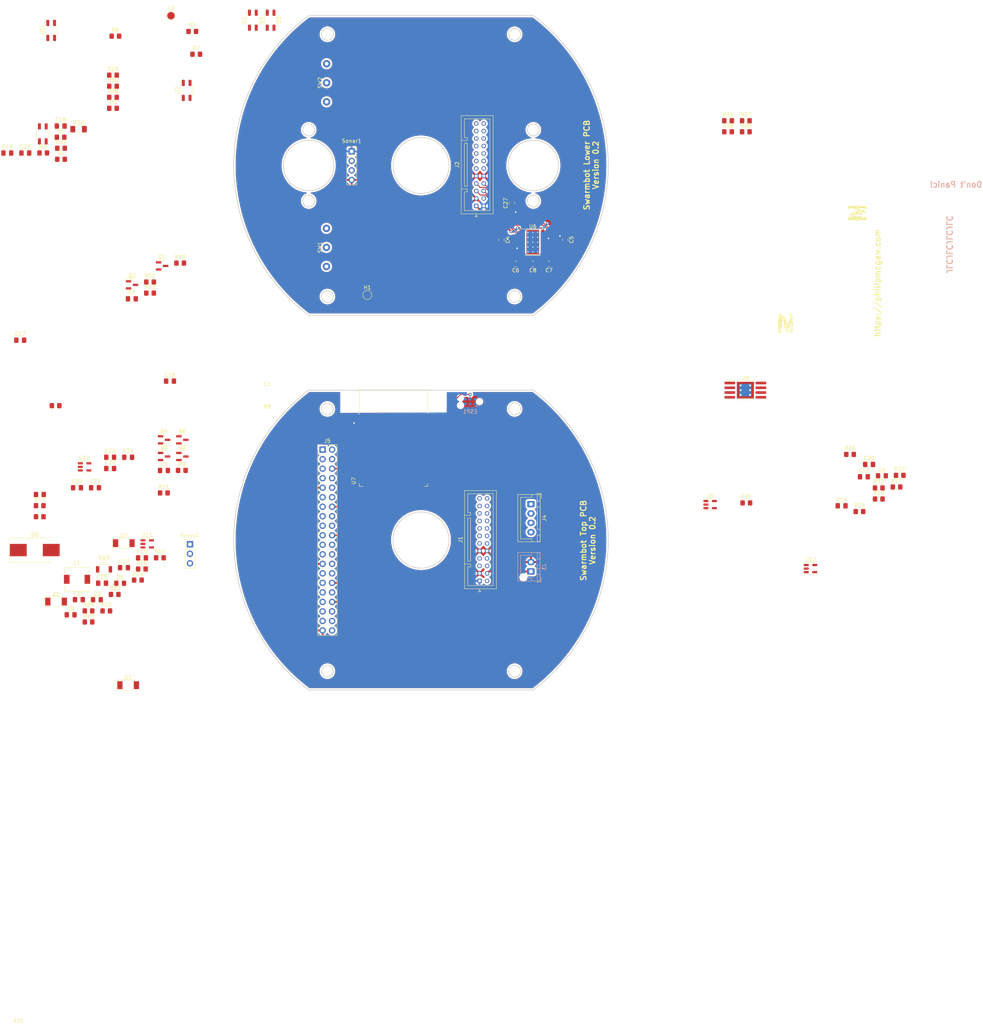
<source format=kicad_pcb>
(kicad_pcb (version 20211014) (generator pcbnew)
  (title_block (date "2021-10-14"))
  (layers (0 "F.Cu" signal) (31 "B.Cu" signal) (34 "B.Paste" user) (35 "F.Paste" user) (36 "B.SilkS" user "B.Silkscreen") (37 "F.SilkS" user "F.Silkscreen") (38 "B.Mask" user) (39 "F.Mask" user) (44 "Edge.Cuts" user))
  (net 0 "")
  (net 1 "GND")
  (net 2 "+3V3")
  (net 3 "/Line Sensor 4 Top")
  (net 4 "/Top PCB/ESP32/Line Sensor LED")
  (net 5 "+5V")
  (net 6 "/Line Sensor 3 Top")
  (net 7 "/Line Sensor 2 Top")
  (net 8 "/Line Sensor 1 Top")
  (net 9 "/Sonar Echo Top")
  (net 10 "/Sonar Trigger Top")
  (net 11 "/Line Sensor LEDs Top")
  (net 12 "/Right Switch Top")
  (net 13 "/Left Switch Top")
  (net 14 "/Charging Top Pad")
  (net 15 "/Top PCB/Power/Bat+VE")
  (net 16 "Net-(J4-Pad3)")
  (net 19 "/Top PCB/ESP32/5V Switched 1")
  (net 20 "/Top PCB/Power/vbatInductor")
  (net 23 "/Top PCB/ESP32/5V Switch Aux")
  (net 24 "/Top PCB/ESP32/RX")
  (net 25 "/Top PCB/ESP32/TX")
  (net 26 "/Top PCB/ESP32/Reset")
  (net 27 "/Top PCB/ESP32/Flash")
  (net 28 "/Top PCB/ESP32/program")
  (net 29 "/Top PCB/ESP32/enable")
  (net 30 "/Top PCB/ESP32/5V Switch 1")
  (net 31 "/Top PCB/ESP32/Bat V")
  (net 35 "/Top PCB/Power/VBAT")
  (net 37 "+BATT")
  (net 41 "/Top PCB/Power/+BatDiode")
  (net 42 "/Top PCB/Power/PowerInDiode")
  (net 43 "Net-(D3-Pad1)")
  (net 44 "Net-(D4-Pad1)")
  (net 45 "/Top PCB/Power/PowerInInrush")
  (net 46 "Net-(D5-Pad1)")
  (net 47 "Net-(Q3-Pad1)")
  (net 48 "Net-(Q3-Pad3)")
  (net 49 "Net-(Q4-Pad1)")
  (net 50 "Net-(Q4-Pad3)")
  (net 65 "/Lower PCB 5V")
  (net 66 "/Lower PCB/Motors/Motor 2A")
  (net 67 "/Lower PCB/Motors/Motor 1A")
  (net 68 "/Lower PCB/Motors/Motor 1B")
  (net 69 "/Lower PCB/Motors/Motor 2B")
  (net 70 "/Top PCB/ESP32/Pen Servo")
  (net 71 "/Top PCB/ESP32/Port Sensor")
  (net 72 "/Top PCB/ESP32/Starboard Sensor")
  (net 73 "/Top PCB/ESP32/Bat I")
  (net 75 "/H-Bridge 1B Lower")
  (net 76 "/H-Bridge 2B Lower")
  (net 77 "/H-Bridge 2A Lower")
  (net 78 "/H-Bridge 1A Lower")
  (net 79 "Net-(C6-Pad1)")
  (net 80 "Net-(C7-Pad1)")
  (net 81 "Net-(C7-Pad2)")
  (net 82 "Net-(R26-Pad2)")
  (net 84 "/Charging Pad Lower")
  (net 85 "/Line Sensor 5 Lower")
  (net 86 "/Sonar Echo Lower")
  (net 87 "/Right Switch Lower")
  (net 88 "/Line Sensor LEDs Lower")
  (net 89 "/Line Sensor 4 Lower")
  (net 90 "/Line Sensor 3 Lower")
  (net 91 "/Line Sensor 2 Lower")
  (net 92 "/Line Sensor 1 Lower")
  (net 93 "/Sonar Trigger Lower")
  (net 94 "/Left Switch Lower")
  (net 95 "Net-(R3-Pad2)")
  (net 96 "Net-(R4-Pad2)")
  (net 97 "Net-(R5-Pad2)")
  (net 98 "Net-(R6-Pad2)")
  (net 101 "/Motor Sensor 1 Lower")
  (net 102 "/Motor Sensor 2 Lower")
  (net 103 "/Line Sensor 5 Top")
  (net 104 "Net-(C8-Pad1)")
  (net 105 "Net-(C8-Pad2)")
  (net 110 "Net-(R7-Pad2)")
  (net 111 "Net-(R25-Pad1)")
  (net 112 "Net-(R27-Pad2)")
  (net 113 "Net-(R28-Pad2)")
  (net 114 "/Motor Sensor 1 Top")
  (net 115 "/Motor Sensor 2 Top")
  (net 116 "/H-Bridge 2A Top")
  (net 117 "/H-Bridge 1A Top")
  (net 118 "/H-Bridge 1B Top")
  (net 119 "/H-Bridge 2B Top")
  (net 120 "/Lower PCB 3V3")
  (net 121 "/Lower PCB GND")
  (net 122 "Net-(R29-Pad1)")
  (net 123 "Net-(R31-Pad2)")
  (net 124 "Net-(R32-Pad1)")
  (net 125 "Net-(R34-Pad2)")
  (net 126 "Net-(R35-Pad2)")
  (net 127 "Net-(R36-Pad2)")
  (footprint "Connector_JST:JST_PUD_B24B-PUDSS_2x12_P2.00mm_Vertical" (layer "F.Cu") (at 135.64 160.8915 90)
    (fp_text reference "J1")
    (fp_text value "12x2 JST")
  )
  (footprint "LED_SMD:LED_0805_2012Metric_Pad1.15x1.40mm_HandSolder" (layer "F.Cu") (at 39.636 161.515)
    (fp_text reference "D5")
    (fp_text value "Standby")
  )
  (footprint "SquashedFly Logo:SquashedFlySilk" (layer "F.Cu") (at 217.297 92.075)
    (fp_text reference "Logo2" hide)
    (fp_text value "SquashedFlyLogo" hide)
  )
  (footprint "RF_Module:ESP32-WROOM-32" (layer "F.Cu") (at 112.649 125.773)
    (fp_text reference "U7")
    (fp_text value "ESP32-WROOM-32D")
  )
  (footprint "Diode_SMD:D_SOD-128" (layer "F.Cu") (at 41.783 188.722)
    (fp_text reference "D2")
    (fp_text value "RBR3LAM30BTFTR")
  )
  (footprint "DF-M Series Micro Switches:TypeD" (layer "F.Cu") (at 94.742 71.882 -90)
    (fp_text reference "SW1")
    (fp_text value "Left")
  )
  (footprint "Resistor_SMD:R_0805_2012Metric_Pad1.20x1.40mm_HandSolder" (layer "F.Cu") (at 51.308 137.414)
    (fp_text reference "R11")
    (fp_text value "10k")
  )
  (footprint "Resistor_SMD:R_0805_2012Metric_Pad1.20x1.40mm_HandSolder" (layer "F.Cu") (at 55.675 76.074)
    (fp_text reference "R10")
    (fp_text value "10k")
  )
  (footprint "Resistor_SMD:R_0805_2012Metric_Pad1.20x1.40mm_HandSolder" (layer "F.Cu") (at 202.006 41.021)
    (fp_text reference "R38")
    (fp_text value "10k")
  )
  (footprint "TestPoint:TestPoint_Pad_D2.0mm" (layer "F.Cu") (at 53.213 10.033)
    (fp_text reference "H2")
    (fp_text value "-VE")
  )
  (footprint "Resistor_SMD:R_0805_2012Metric_Pad1.20x1.40mm_HandSolder" (layer "F.Cu") (at 206.899 140.081)
    (fp_text reference "R31")
    (fp_text value "2k7")
  )
  (footprint "LED_SMD:LED_0805_2012Metric_Pad1.15x1.40mm_HandSolder" (layer "F.Cu") (at 243.115 132.833)
    (fp_text reference "D4")
    (fp_text value "Charging")
  )
  (footprint "Capacitor_SMD:C_0805_2012Metric_Pad1.18x1.45mm_HandSolder" (layer "F.Cu") (at 41.783 127.889)
    (fp_text reference "C21")
    (fp_text value "1uF")
  )
  (footprint "Button_Switch_SMD:SW_SPST_B3U-3000P-B" (layer "F.Cu") (at 35.331 157.82)
    (fp_text reference "SW3")
    (fp_text value "SW_SPST")
  )
  (footprint "Capacitor_SMD:C_0805_2012Metric_Pad1.18x1.45mm_HandSolder" (layer "F.Cu") (at 144.272 60.071 90)
    (fp_text reference "C27")
    (fp_text value "100pF")
  )
  (footprint "Resistor_SMD:R_0805_2012Metric_Pad1.20x1.40mm_HandSolder" (layer "F.Cu") (at 37.725 25.899)
    (fp_text reference "R29")
    (fp_text value "73k")
  )
  (footprint "Capacitor_SMD:C_0805_2012Metric_Pad1.18x1.45mm_HandSolder" (layer "F.Cu") (at 141.478 69.85 -90)
    (fp_text reference "C4")
    (fp_text value "100pF")
  )
  (footprint "Resistor_SMD:R_0805_2012Metric_Pad1.20x1.40mm_HandSolder" (layer "F.Cu") (at 37.725 34.749)
    (fp_text reference "R5")
    (fp_text value "470")
  )
  (footprint "OptoDevice:OnSemi_CASE100CY" (layer "F.Cu") (at 18.975 41.579)
    (fp_text reference "U3")
    (fp_text value "QRE1113GR")
  )
  (footprint "Capacitor_SMD:C_0805_2012Metric_Pad1.18x1.45mm_HandSolder" (layer "F.Cu") (at 18.191 137.834)
    (fp_text reference "C1")
    (fp_text value "10uF")
  )
  (footprint "Capacitor_SMD:C_0805_2012Metric_Pad1.18x1.45mm_HandSolder" (layer "F.Cu") (at 14.315 46.689)
    (fp_text reference "C25")
    (fp_text value "10uF")
  )
  (footprint "Resistor_SMD:R_0805_2012Metric_Pad1.20x1.40mm_HandSolder" (layer "F.Cu") (at 35.941 168.91)
    (fp_text reference "R22")
    (fp_text value "1k")
  )
  (footprint "Diode_SMD:D_SOD-128" (layer "F.Cu") (at 22.531 166.42)
    (fp_text reference "D1")
    (fp_text value "RBR3LAM30BTFTR")
  )
  (footprint "Diode_SMD:D_SMC_Handsoldering" (layer "F.Cu") (at 16.831 152.67)
    (fp_text reference "D6")
    (fp_text value "SS54")
  )
  (footprint "Capacitor_SMD:C_0805_2012Metric_Pad1.18x1.45mm_HandSolder" (layer "F.Cu") (at 232.34 140.848)
    (fp_text reference "C14")
    (fp_text value "10uF")
  )
  (footprint "Inductor_SMD:L_6.3x6.3_H3" (layer "F.Cu") (at 28.131 160.47)
    (fp_text reference "L1")
    (fp_text value "3.3uH")
  )
  (footprint "Package_TO_SOT_SMD:SOT-23" (layer "F.Cu") (at 42.805 81.874)
    (fp_text reference "Q3")
    (fp_text value "BSH108")
  )
  (footprint "Capacitor_SMD:C_0805_2012Metric_Pad1.18x1.45mm_HandSolder" (layer "F.Cu") (at 28.123 136.029)
    (fp_text reference "C24")
    (fp_text value "100nF")
  )
  (footprint "Resistor_SMD:R_0805_2012Metric_Pad1.20x1.40mm_HandSolder" (layer "F.Cu") (at 47.625 84.074)
    (fp_text reference "R13")
    (fp_text value "10k")
  )
  (footprint "Package_TO_SOT_SMD:SOT-23" (layer "F.Cu") (at 50.855 76.824)
    (fp_text reference "Q1")
    (fp_text value "BSH108")
  )
  (footprint "DF-M Series Micro Switches:TypeC" (layer "F.Cu") (at 94.793 27.94 -90)
    (fp_text reference "SW2")
    (fp_text value "Right")
  )
  (footprint "Resistor_SMD:R_0805_2012Metric_Pad1.20x1.40mm_HandSolder" (layer "F.Cu") (at 31.191 168.91)
    (fp_text reference "R24")
    (fp_text value "2R")
  )
  (footprint "Resistor_SMD:R_0805_2012Metric_Pad1.20x1.40mm_HandSolder" (layer "F.Cu") (at 206.756 41.021)
    (fp_text reference "R36")
    (fp_text value "470")
  )
  (footprint "Capacitor_SMD:C_0805_2012Metric_Pad1.18x1.45mm_HandSolder" (layer "F.Cu") (at 26.411 169.95)
    (fp_text reference "C9")
    (fp_text value "10uF")
  )
  (footprint "Resistor_SMD:R_0805_2012Metric_Pad1.20x1.40mm_HandSolder" (layer "F.Cu") (at 18.161 143.764)
    (fp_text reference "R8")
    (fp_text value "10k")
  )
  (footprint "Capacitor_SMD:C_0805_2012Metric_Pad1.18x1.45mm_HandSolder" (layer "F.Cu") (at 23.755 39.479)
    (fp_text reference "C18")
    (fp_text value "100nF")
  )
  (footprint "Package_TO_SOT_SMD:SOT-23" (layer "F.Cu") (at 51.378 127.694)
    (fp_text reference "Q5")
    (fp_text value "RSC002P03")
  )
  (footprint "Capacitor_SMD:C_0805_2012Metric_Pad1.18x1.45mm_HandSolder" (layer "F.Cu") (at 34.811 161.5)
    (fp_text reference "C15")
    (fp_text value "22uF")
  )
  (footprint "Package_TO_SOT_SMD:SOT-23" (layer "F.Cu") (at 56.268 123.244)
    (fp_text reference "Q6")
    (fp_text value "RSC002P03")
  )
  (footprint "Resistor_SMD:R_0805_2012Metric_Pad1.20x1.40mm_HandSolder" (layer "F.Cu") (at 47.625 81.124)
    (fp_text reference "R12")
    (fp_text value "10k")
  )
  (footprint "Resistor_SMD:R_0805_2012Metric_Pad1.20x1.40mm_HandSolder" (layer "F.Cu") (at 237.12 142.388)
    (fp_text reference "R23")
    (fp_text value "2R")
  )
  (footprint "Capacitor_SMD:C_0805_2012Metric_Pad1.18x1.45mm_HandSolder" (layer "F.Cu") (at 40.661 157.36)
    (fp_text reference "C12")
    (fp_text value "100pF")
  )
  (footprint "Resistor_SMD:R_0805_2012Metric_Pad1.20x1.40mm_HandSolder" (layer "F.Cu") (at 22.393 114.119)
    (fp_text reference "R21")
    (fp_text value "10k")
  )
  (footprint "Connector_JST:JST_PUD_B24B-PUDSS_2x12_P2.00mm_Vertical" (layer "F.Cu") (at 134.751 60.8155 90)
    (fp_text reference "J2")
    (fp_text value "12x2 JST")
  )
  (footprint "Resistor_SMD:R_0805_2012Metric_Pad1.20x1.40mm_HandSolder" (layer "F.Cu") (at 31.191 171.86)
    (fp_text reference "R25")
    (fp_text value "1k")
  )
  (footprint "Resistor_SMD:R_0805_2012Metric_Pad1.20x1.40mm_HandSolder" (layer "F.Cu") (at 50.251 154.72)
    (fp_text reference "R15")
    (fp_text value "10k")
  )
  (footprint "Resistor_SMD:R_0805_2012Metric_Pad1.20x1.40mm_HandSolder" (layer "F.Cu") (at 19.095 46.659)
    (fp_text reference "R3")
    (fp_text value "470")
  )
  (footprint "OptoDevice:OnSemi_CASE100CY" (layer "F.Cu") (at 21.209 13.97)
    (fp_text reference "U5")
    (fp_text value "QRE1113GR")
  )
  (footprint "Resistor_SMD:R_0805_2012Metric_Pad1.20x1.40mm_HandSolder" (layer "F.Cu") (at 59.96 20.32)
    (fp_text reference "R7")
    (fp_text value "470")
  )
  (footprint "Capacitor_SMD:C_0805_2012Metric_Pad1.18x1.45mm_HandSolder" (layer "F.Cu") (at 28.611 165.9)
    (fp_text reference "C11")
    (fp_text value "10uF")
  )
  (footprint "Resistor_SMD:R_0805_2012Metric_Pad1.20x1.40mm_HandSolder" (layer "F.Cu") (at 58.912 14.224)
    (fp_text reference "R2")
    (fp_text value "10k")
  )
  (footprint "Resistor_SMD:R_0805_2012Metric_Pad1.20x1.40mm_HandSolder" (layer "F.Cu") (at 234.585 127.127)
    (fp_text reference "R26")
    (fp_text value "1k")
  )
  (footprint "Resistor_SMD:R_0805_2012Metric_Pad1.20x1.40mm_HandSolder" (layer "F.Cu") (at 247.86 132.728)
    (fp_text reference "R27")
    (fp_text value "30k")
  )
  (footprint "Diode_SMD:D_SOD-128" (layer "F.Cu") (at 40.621 150.82)
    (fp_text reference "D7")
    (fp_text value "RBR3LAM30BTFTR")
  )
  (footprint "Resistor_SMD:R_0805_2012Metric_Pad1.20x1.40mm_HandSolder" (layer "F.Cu") (at 242.27 139.038)
    (fp_text reference "R18")
    (fp_text value "10k")
  )
  (footprint "Resistor_SMD:R_0805_2012Metric_Pad1.20x1.40mm_HandSolder" (layer "F.Cu") (at 37.725 31.799)
    (fp_text reference "R28")
    (fp_text value "1k2")
  )
  (footprint "SquashedFly Logo:SquashedFlySilk" (layer "F.Cu") (at 236.474 62.738 90)
    (fp_text reference "Logo1" hide)
    (fp_text value "SquashedFlyLogo" hide)
  )
  (footprint "Capacitor_SMD:C_0805_2012Metric_Pad1.18x1.45mm_HandSolder" (layer "F.Cu") (at 9.505 46.689)
    (fp_text reference "C19")
    (fp_text value "22uF")
  )
  (footprint "Connector_PinHeader_2.54mm:PinHeader_1x03_P2.54mm_Vertical" (layer "F.Cu") (at 58.291 151.12)
    (fp_text reference "Servo1")
    (fp_text value "Conn_01x03_Male")
  )
  (footprint "Resistor_SMD:R_0805_2012Metric_Pad1.20x1.40mm_HandSolder" (layer "F.Cu") (at 45.441 157.73)
    (fp_text reference "R16")
    (fp_text value "10k")
  )
  (footprint "Package_TO_SOT_SMD:SOT-23-5" (layer "F.Cu") (at 224.028 157.607)
    (fp_text reference "U12")
    (fp_text value "INA138")
  )
  (footprint "Connector_PinHeader_2.54mm:PinHeader_2x20_P2.54mm_Vertical" (layer "F.Cu") (at 93.721 125.862)
    (fp_text reference "J5")
    (fp_text value "Raspberry_Pi_2_3")
  )
  (footprint "Capacitor_SMD:C_0805_2012Metric_Pad1.18x1.45mm_HandSolder" (layer "F.Cu") (at 239.69 129.808)
    (fp_text reference "C26")
    (fp_text value "100pF")
  )
  (footprint "Capacitor_SMD:C_0805_2012Metric_Pad1.18x1.45mm_HandSolder" (layer "F.Cu") (at 158.496 69.8285 -90)
    (fp_text reference "C5")
    (fp_text value "100pF")
  )
  (footprint "OptoDevice:OnSemi_CASE100CY" (layer "F.Cu") (at 79.832 11.23)
    (fp_text reference "U4")
    (fp_text value "QRE1113GR")
  )
  (footprint "Resistor_SMD:R_0805_2012Metric_Pad1.20x1.40mm_HandSolder" (layer "F.Cu") (at 23.845 48.359)
    (fp_text reference "R4")
    (fp_text value "470")
  )
  (footprint "Resistor_SMD:R_0805_2012Metric_Pad1.20x1.40mm_HandSolder" (layer "F.Cu") (at 56.118 131.394)
    (fp_text reference "R9")
    (fp_text value "10k")
  )
  (footprint "Capacitor_SMD:C_0805_2012Metric_Pad1.18x1.45mm_HandSolder" (layer "F.Cu") (at 238.29 133.108)
    (fp_text reference "C13")
    (fp_text value "10uF")
  )
  (footprint "Resistor_SMD:R_0805_2012Metric_Pad1.20x1.40mm_HandSolder" (layer "F.Cu") (at 38.181 164.51)
    (fp_text reference "R20")
    (fp_text value "10k")
  )
  (footprint "Resistor_SMD:R_0805_2012Metric_Pad1.20x1.40mm_HandSolder" (layer "F.Cu") (at 18.161 140.814)
    (fp_text reference "R14")
    (fp_text value "10k")
  )
  (footprint "Capacitor_SMD:C_0805_2012Metric_Pad1.18x1.45mm_HandSolder" (layer "F.Cu") (at 32.933 136.029)
    (fp_text reference "C22")
    (fp_text value "10uF")
  )
  (footprint "Capacitor_SMD:C_0805_2012Metric_Pad1.18x1.45mm_HandSolder" (layer "F.Cu") (at 149.86 76.327 180)
    (fp_text reference "C8")
    (fp_text value "100pF")
  )
  (footprint "Package_TO_SOT_SMD:SOT-23-5" (layer "F.Cu") (at 197.2365 140.528)
    (fp_text reference "U9")
    (fp_text value "AP2112K-3.3")
  )
  (footprint "Resistor_SMD:R_0805_2012Metric_Pad1.20x1.40mm_HandSolder" (layer "F.Cu") (at 206.756 38.071)
    (fp_text reference "R37")
    (fp_text value "10k")
  )
  (footprint "Resistor_SMD:R_0805_2012Metric_Pad1.20x1.40mm_HandSolder" (layer "F.Cu") (at 202.006 38.071)
    (fp_text reference "R35")
    (fp_text value "470")
  )
  (footprint "Package_SO:HTSSOP-20-1EP_4.4x6.5mm_P0.65mm_EP3.4x6.5mm_Mask2.75x3.43mm_ThermalVias_HandSolder" (layer "F.Cu") (at 149.86 70.485)
    (fp_text reference "U6")
    (fp_text value "MPC17531A")
  )
  (footprint "Package_TO_SOT_SMD:SOT-23-5" (layer "F.Cu") (at 46.871 151.02)
    (fp_text reference "U11")
    (fp_text value "AP2112K-3.3")
  )
  (footprint "Capacitor_SMD:C_0805_2012Metric_Pad1.18x1.45mm_HandSolder" (layer "F.Cu") (at 36.973 130.899)
    (fp_text reference "C23")
    (fp_text value "1uF")
  )
  (footprint "Capacitor_SMD:C_0805_2012Metric_Pad1.18x1.45mm_HandSolder" (layer "F.Cu") (at 51.338 131.424)
    (fp_text reference "C3")
    (fp_text value "100pF")
  )
  (footprint "Capacitor_SMD:C_0805_2012Metric_Pad1.18x1.45mm_HandSolder" (layer "F.Cu") (at 145.288 76.327 180)
    (fp_text reference "C6")
    (fp_text value "100pF")
  )
  (footprint "Resistor_SMD:R_0805_2012Metric_Pad1.20x1.40mm_HandSolder" (layer "F.Cu") (at 242.27 136.088)
    (fp_text reference "R32")
    (fp_text value "330")
  )
  (footprint "Resistor_SMD:R_0805_2012Metric_Pad1.20x1.40mm_HandSolder" (layer "F.Cu") (at 37.725 28.849)
    (fp_text reference "R30")
    (fp_text value "10k")
  )
  (footprint "Capacitor_SMD:C_0805_2012Metric_Pad1.18x1.45mm_HandSolder" (layer "F.Cu") (at 154.178 76.327 180)
    (fp_text reference "C7")
    (fp_text value "100pF")
  )
  (footprint "Capacitor_SMD:C_0805_2012Metric_Pad1.18x1.45mm_HandSolder" (layer "F.Cu") (at 45.471 154.75)
    (fp_text reference "C10")
    (fp_text value "10uF")
  )
  (footprint "OptoDevice:OnSemi_CASE100CY" (layer "F.Cu") (at 57.404 29.972)
    (fp_text reference "U2")
    (fp_text value "QRE1113GR")
  )
  (footprint "Resistor_SMD:R_0805_2012Metric_Pad1.20x1.40mm_HandSolder" (layer "F.Cu") (at 44.381 160.68)
    (fp_text reference "R19")
    (fp_text value "10k")
  )
  (footprint "Package_TO_SOT_SMD:SOT-23-5" (layer "F.Cu") (at 30.143 130.454)
    (fp_text reference "U10")
    (fp_text value "AP9101CK")
  )
  (footprint "Resistor_SMD:R_0805_2012Metric_Pad1.20x1.40mm_HandSolder" (layer "F.Cu") (at 247.02 135.828)
    (fp_text reference "R17")
    (fp_text value "10k")
  )
  (footprint "Package_SO:SOP-8-1EP_4.57x4.57mm_P1.27mm_EP4.57x4.45mm_ThermalVias" (layer "F.Cu") (at 206.629 109.982)
    (fp_text reference "U8")
    (fp_text value "TP4056")
  )
  (footprint "Resistor_SMD:R_1206_3216Metric_Pad1.30x1.75mm_HandSolder" (layer "F.Cu") (at 28.535 40.319)
    (fp_text reference "R33")
    (fp_text value ".0025R")
  )
  (footprint "TestPoint:TestPoint_Pad_D2.0mm" (layer "F.Cu") (at 105.664 84.582)
    (fp_text reference "H1")
    (fp_text value "+VE")
  )
  (footprint "Resistor_SMD:R_0805_2012Metric_Pad1.20x1.40mm_HandSolder" (layer "F.Cu") (at 38.37 15.494)
    (fp_text reference "R6")
    (fp_text value "470")
  )
  (footprint "Capacitor_SMD:C_0805_2012Metric_Pad1.18x1.45mm_HandSolder" (layer "F.Cu") (at 36.973 127.889)
    (fp_text reference "C20")
    (fp_text value "22uF")
  )
  (footprint "Resistor_SMD:R_0805_2012Metric_Pad1.20x1.40mm_HandSolder" (layer "F.Cu") (at 23.845 45.409)
    (fp_text reference "R34")
    (fp_text value "2k7")
  )
  (footprint "Capacitor_SMD:C_0805_2012Metric_Pad1.18x1.45mm_HandSolder" (layer "F.Cu") (at 12.954 96.647)
    (fp_text reference "C17")
    (fp_text value "10uF")
  )
  (footprint "OptoDevice:OnSemi_CASE100CY" (layer "F.Cu") (at 75.082 11.23)
    (fp_text reference "U1")
    (fp_text value "QRE1113GR")
  )
  (footprint "Package_TO_SOT_SMD:SOT-23" (layer "F.Cu") (at 51.378 123.244)
    (fp_text reference "Q4")
    (fp_text value "BSH108")
  )
  (footprint "Capacitor_SMD:C_0805_2012Metric_Pad1.18x1.45mm_HandSolder" (layer "F.Cu") (at 52.959 107.569)
    (fp_text reference "C16")
    (fp_text value "22uF")
  )
  (footprint "Connector_JST:JST_XH_B4B-XH-A_1x04_P2.50mm_Vertical" (layer "F.Cu") (at 149.369 140.395 -90)
    (fp_text reference "J4")
    (fp_text value "Battery 1S2P")
  )
  (footprint "Capacitor_SMD:C_0805_2012Metric_Pad1.18x1.45mm_HandSolder" (layer "F.Cu") (at 42.765 85.604)
    (fp_text reference "C2")
    (fp_text value "10uF")
  )
  (footprint "LED_SMD:LED_0805_2012Metric_Pad1.15x1.40mm_HandSolder" (layer "F.Cu") (at 33.436 165.915)
    (fp_text reference "D3")
    (fp_text value "Power")
  )
  (footprint "Resistor_SMD:R_0805_2012Metric_Pad1.20x1.40mm_HandSolder" (layer "F.Cu") (at 23.725 42.459)
    (fp_text reference "R1")
    (fp_text value "10k")
  )
  (footprint "Connector_PinSocket_2.54mm:PinSocket_1x04_P2.54mm_Vertical" (layer "F.Cu") (at 101.473 46.238)
    (fp_text reference "Sonar1")
    (fp_text value "Conn_01x04_Male")
  )
  (footprint "Package_TO_SOT_SMD:SOT-23" (layer "F.Cu") (at 56.268 127.694)
    (fp_text reference "Q2")
    (fp_text value "BSH108")
  )
  (footprint "TC2030-IDC:Tag-Connect_TC2030-IDC-NL_2x03_P1.27mm_Vertical" (layer "B.Cu") (at 133.096 113.03 180)
    (fp_text reference "ESP1")
    (fp_text value "ESP Programming TagConnect")
  )
  (footprint "Connector_JST:JST_XH_B2B-XH-AM_1x02_P2.50mm_Vertical" (layer "B.Cu") (at 149.352 158.369 90)
    (fp_text reference "J3")
    (fp_text value "Charging Header")
  )
  (gr_circle locked (center 145 115) (end 146.6 115) (layer "Edge.Cuts") (width 0.2) (fill none))
  (gr_arc locked (start 89.999999 90) (mid 69.999999 49.999999) (end 90 9.999999) (layer "Edge.Cuts") (width 0.2))
  (gr_circle locked (center 145 85) (end 146.6 85) (layer "Edge.Cuts") (width 0.2) (fill none))
  (gr_line locked (start 90 190) (end 150 190) (layer "Edge.Cuts") (width 0.2))
  (gr_circle locked (center 95 15) (end 96.6 15) (layer "Edge.Cuts") (width 0.2) (fill none))
  (gr_circle locked (center 150 40.5) (end 151.6 40.5) (layer "Edge.Cuts") (width 0.2) (fill none))
  (gr_circle locked (center 95 85) (end 96.6 85) (layer "Edge.Cuts") (width 0.2) (fill none))
  (gr_line locked (start 90 10) (end 150 10) (layer "Edge.Cuts") (width 0.2))
  (gr_circle locked (center 120 50) (end 127.5 50) (layer "Edge.Cuts") (width 0.2) (fill none))
  (gr_line locked (start 90 110) (end 150 110) (layer "Edge.Cuts") (width 0.2))
  (gr_circle locked (center 120 150) (end 127.5 150) (layer "Edge.Cuts") (width 0.2) (fill none))
  (gr_arc locked (start 150 110) (mid 170 150) (end 150 190) (layer "Edge.Cuts") (width 0.2))
  (gr_circle locked (center 145 185) (end 146.6 185) (layer "Edge.Cuts") (width 0.2) (fill none))
  (gr_circle locked (center 95 185) (end 96.6 185) (layer "Edge.Cuts") (width 0.2) (fill none))
  (gr_arc locked (start 150 10) (mid 170 50) (end 150 90) (layer "Edge.Cuts") (width 0.2))
  (gr_circle locked (center 150 50) (end 156.75 50) (layer "Edge.Cuts") (width 0.2) (fill none))
  (gr_circle locked (center 150 59.5) (end 151.6 59.5) (layer "Edge.Cuts") (width 0.2) (fill none))
  (gr_circle locked (center 90 50) (end 96.75 50) (layer "Edge.Cuts") (width 0.2) (fill none))
  (gr_circle locked (center 90 40.5) (end 91.6 40.5) (layer "Edge.Cuts") (width 0.2) (fill none))
  (gr_arc locked (start 90 190) (mid 70 150) (end 90 110) (layer "Edge.Cuts") (width 0.2))
  (gr_circle locked (center 95 115) (end 96.6 115) (layer "Edge.Cuts") (width 0.2) (fill none))
  (gr_circle locked (center 145 15) (end 146.6 15) (layer "Edge.Cuts") (width 0.2) (fill none))
  (gr_line locked (start 90 90) (end 150 90) (layer "Edge.Cuts") (width 0.2))
  (gr_circle locked (center 90 59.5) (end 91.6 59.5) (layer "Edge.Cuts") (width 0.2) (fill none))
  (gr_text "JLCJLCJLCJLC" (at 261.112 71.12 -90) (layer "B.SilkS") (effects (font (size 1.5 1.5) (thickness 0.3)) (justify mirror)))
  (gr_text "Don't Panic!" (at 262.89 55.118) (layer "B.SilkS") (effects (font (size 1.5 1.5) (thickness 0.3)) (justify mirror)))
  (gr_text "https://philipmcgaw.com" (at 241.935 81.407 90) (layer "F.SilkS") (effects (font (size 1.5 1.5) (thickness 0.3))))
  (gr_text "Swarmbot Top PCB\nVersion 0.2\n" (at 164.592 150.114 90) (layer "F.SilkS") (effects (font (size 1.5 1.5) (thickness 0.3))))
  (gr_text "Swarmbot Lower PCB\nVersion 0.2\n" (at 165.481 49.911 90) (layer "F.SilkS") (effects (font (size 1.5 1.5) (thickness 0.3))))
  (segment (start 104.149 118.788) (end 102.151 118.788) (width 0.5) (layer "F.Cu") (net 2))
  (segment (start 102.151 118.788) (end 102.108 118.745) (width 0.5) (layer "F.Cu") (net 2))
  (via (at 102.108 118.745) (size 0.8) (drill 0.4) (layers "F.Cu" "B.Cu") (net 2))
  (segment (start 138.1625 158.369) (end 137.64 158.8915) (width 0.5) (layer "F.Cu") (net 14))
  (segment (start 149.352 158.369) (end 138.1625 158.369) (width 0.5) (layer "F.Cu") (net 14))
  (segment (start 126.99802 114.694727) (end 126.99802 116.308002) (width 0.25) (layer "F.Cu") (net 25))
  (segment (start 130.567747 111.125) (end 126.99802 114.694727) (width 0.25) (layer "F.Cu") (net 25))
  (segment (start 126.99802 116.308002) (end 121.978022 121.328) (width 0.25) (layer "F.Cu") (net 25))
  (segment (start 133.096 111.125) (end 130.567747 111.125) (width 0.25) (layer "F.Cu") (net 25))
  (segment (start 121.978022 121.328) (end 121.149 121.328) (width 0.25) (layer "F.Cu") (net 25))
  (via (at 133.096 111.125) (size 0.8) (drill 0.4) (layers "F.Cu" "B.Cu") (net 25))
  (segment (start 133.096 112.395) (end 133.096 111.125) (width 0.25) (layer "B.Cu") (net 25))
  (segment (start 141.478 68.8125) (end 142.2185 68.8125) (width 0.5) (layer "F.Cu") (net 65))
  (segment (start 158.496 68.791) (end 157.142 68.791) (width 0.5) (layer "F.Cu") (net 65))
  (segment (start 144.272 61.468) (end 145.288 62.484) (width 0.5) (layer "F.Cu") (net 65))
  (segment (start 154.01 69.51) (end 154.051 69.469) (width 0.5) (layer "F.Cu") (net 65))
  (segment (start 152.7225 69.51) (end 154.01 69.51) (width 0.5) (layer "F.Cu") (net 65))
  (segment (start 142.2185 68.8125) (end 143.129 69.723) (width 0.5) (layer "F.Cu") (net 65))
  (segment (start 144.272 61.1085) (end 144.272 61.468) (width 0.5) (layer "F.Cu") (net 65))
  (segment (start 146.9975 72.11) (end 145.695 72.11) (width 0.5) (layer "F.Cu") (net 65))
  (segment (start 145.695 72.11) (end 145.669 72.136) (width 0.5) (layer "F.Cu") (net 65))
  (segment (start 157.142 68.791) (end 157.099 68.834) (width 0.5) (layer "F.Cu") (net 65))
  (via (at 145.669 72.136) (size 0.8) (drill 0.4) (layers "F.Cu" "B.Cu") (net 65))
  (via (at 154.051 69.469) (size 0.8) (drill 0.4) (layers "F.Cu" "B.Cu") (net 65))
  (via (at 157.099 68.834) (size 0.8) (drill 0.4) (layers "F.Cu" "B.Cu") (net 65))
  (via (at 145.288 62.484) (size 0.8) (drill 0.4) (layers "F.Cu" "B.Cu") (net 65))
  (via (at 143.129 69.723) (size 0.8) (drill 0.4) (layers "F.Cu" "B.Cu") (net 65))
  (segment (start 144.307398 66.966499) (end 144.318099 66.966499) (width 0.25) (layer "F.Cu") (net 75))
  (segment (start 140.335 61.035204) (end 140.335 62.994101) (width 0.25) (layer "F.Cu") (net 75))
  (segment (start 135.826489 57.890989) (end 137.190785 57.890989) (width 0.25) (layer "F.Cu") (net 75))
  (segment (start 146.2116 68.86) (end 146.9975 68.86) (width 0.25) (layer "F.Cu") (net 75))
  (segment (start 134.751 56.8155) (end 135.826489 57.890989) (width 0.25) (layer "F.Cu") (net 75))
  (segment (start 140.335 62.994101) (end 144.307398 66.966499) (width 0.25) (layer "F.Cu") (net 75))
  (segment (start 144.318099 66.966499) (end 146.2116 68.86) (width 0.25) (layer "F.Cu") (net 75))
  (segment (start 137.190785 57.890989) (end 140.335 61.035204) (width 0.25) (layer "F.Cu") (net 75))
  (segment (start 141.683533 59.748033) (end 136.751 54.8155) (width 0.25) (layer "F.Cu") (net 76))
  (segment (start 152.7225 68.86) (end 153.509999 68.86) (width 0.25) (layer "F.Cu") (net 76))
  (segment (start 153.496901 66.129501) (end 153.072499 65.705099) (width 0.25) (layer "F.Cu") (net 76))
  (segment (start 144.711489 65.463489) (end 141.683533 62.435533) (width 0.25) (layer "F.Cu") (net 76))
  (segment (start 153.072499 65.705099) (end 153.072499 65.687195) (width 0.25) (layer "F.Cu") (net 76))
  (segment (start 153.509999 68.86) (end 154.284031 68.085968) (width 0.25) (layer "F.Cu") (net 76))
  (segment (start 141.683533 62.435533) (end 141.683533 59.748033) (width 0.25) (layer "F.Cu") (net 76))
  (segment (start 154.284031 68.085968) (end 154.284031 66.898727) (width 0.25) (layer "F.Cu") (net 76))
  (segment (start 154.284031 66.898727) (end 153.514805 66.129501) (width 0.25) (layer "F.Cu") (net 76))
  (segment (start 152.848793 65.463489) (end 144.711489 65.463489) (width 0.25) (layer "F.Cu") (net 76))
  (segment (start 153.072499 65.687195) (end 152.848793 65.463489) (width 0.25) (layer "F.Cu") (net 76))
  (segment (start 153.514805 66.129501) (end 153.496901 66.129501) (width 0.25) (layer "F.Cu") (net 76))
  (segment (start 153.509999 68.21) (end 152.7225 68.21) (width 0.25) (layer "F.Cu") (net 77))
  (segment (start 144.562795 65.950499) (end 152.682195 65.950499) (width 0.25) (layer "F.Cu") (net 77))
  (segment (start 141.234023 62.621727) (end 144.562795 65.950499) (width 0.25) (layer "F.Cu") (net 77))
  (segment (start 141.234021 59.991064) (end 141.234023 62.621727) (width 0.25) (layer "F.Cu") (net 77))
  (segment (start 153.328612 66.579012) (end 153.83452 67.08492) (width 0.25) (layer "F.Cu") (net 77))
  (segment (start 153.83452 67.885479) (end 153.509999 68.21) (width 0.25) (layer "F.Cu") (net 77))
  (segment (start 137.133946 55.890989) (end 141.234021 59.991064) (width 0.25) (layer "F.Cu") (net 77))
  (segment (start 153.83452 67.08492) (end 153.83452 67.885479) (width 0.25) (layer "F.Cu") (net 77))
  (segment (start 152.682195 65.950499) (end 153.310708 66.579012) (width 0.25) (layer "F.Cu") (net 77))
  (segment (start 135.826489 55.890989) (end 137.133946 55.890989) (width 0.25) (layer "F.Cu") (net 77))
  (segment (start 153.310708 66.579012) (end 153.328612 66.579012) (width 0.25) (layer "F.Cu") (net 77))
  (segment (start 134.751 54.8155) (end 135.826489 55.890989) (width 0.25) (layer "F.Cu") (net 77))
  (segment (start 144.504293 66.516989) (end 146.197304 68.21) (width 0.25) (layer "F.Cu") (net 78))
  (segment (start 140.784511 62.807908) (end 144.493591 66.516988) (width 0.25) (layer "F.Cu") (net 78))
  (segment (start 146.197304 68.21) (end 146.9975 68.21) (width 0.25) (layer "F.Cu") (net 78))
  (segment (start 140.784511 60.849011) (end 140.784511 62.807908) (width 0.25) (layer "F.Cu") (net 78))
  (segment (start 144.493591 66.516988) (end 144.504293 66.516989) (width 0.25) (layer "F.Cu") (net 78))
  (segment (start 136.751 56.8155) (end 140.784511 60.849011) (width 0.25) (layer "F.Cu") (net 78))
  (segment (start 145.88548 73.084521) (end 145.88548 75.88698) (width 0.25) (layer "F.Cu") (net 79))
  (segment (start 146.210001 72.76) (end 145.88548 73.084521) (width 0.25) (layer "F.Cu") (net 79))
  (segment (start 146.9975 72.76) (end 146.210001 72.76) (width 0.25) (layer "F.Cu") (net 79))
  (segment (start 145.88548 75.88698) (end 146.3255 76.327) (width 0.25) (layer "F.Cu") (net 79))
  (segment (start 155.2155 74.465501) (end 155.2155 76.327) (width 0.25) (layer "F.Cu") (net 80))
  (segment (start 153.509999 72.76) (end 155.2155 74.465501) (width 0.25) (layer "F.Cu") (net 80))
  (segment (start 152.7225 72.76) (end 153.509999 72.76) (width 0.25) (layer "F.Cu") (net 80))
  (segment (start 152.7225 73.41) (end 153.1405 73.828) (width 0.25) (layer "F.Cu") (net 81))
  (segment (start 153.1405 73.828) (end 153.1405 76.327) (width 0.25) (layer "F.Cu") (net 81))
  (segment (start 156.464 75.064001) (end 156.464 77.089) (width 0.25) (layer "F.Cu") (net 104))
  (segment (start 152.7225 72.11) (end 153.509999 72.11) (width 0.25) (layer "F.Cu") (net 104))
  (segment (start 156.083 77.47) (end 152.0405 77.47) (width 0.25) (layer "F.Cu") (net 104))
  (segment (start 156.464 77.089) (end 156.083 77.47) (width 0.25) (layer "F.Cu") (net 104))
  (segment (start 152.0405 77.47) (end 150.8975 76.327) (width 0.25) (layer "F.Cu") (net 104))
  (segment (start 153.509999 72.11) (end 156.464 75.064001) (width 0.25) (layer "F.Cu") (net 104))
  (segment (start 146.9975 73.41) (end 148.8225 75.235) (width 0.25) (layer "F.Cu") (net 105))
  (segment (start 148.8225 75.235) (end 148.8225 76.327) (width 0.25) (layer "F.Cu") (net 105))
  (segment (start 134.751 60.8155) (end 137.118 63.1825) (width 0.5) (layer "F.Cu") (net 120))
  (segment (start 146.1125 66.675) (end 145.796 66.675) (width 0.5) (layer "F.Cu") (net 120))
  (segment (start 137.118 63.1825) (end 139.6365 63.1825) (width 0.5) (layer "F.Cu") (net 120))
  (segment (start 144.018 67.564) (end 144.018 67.691) (width 0.5) (layer "F.Cu") (net 120))
  (segment (start 139.6365 63.1825) (end 144.018 67.564) (width 0.5) (layer "F.Cu") (net 120))
  (segment (start 146.9975 67.56) (end 146.1125 66.675) (width 0.5) (layer "F.Cu") (net 120))
  (via (at 144.018 67.691) (size 0.8) (drill 0.4) (layers "F.Cu" "B.Cu") (net 120))
  (via (at 145.796 66.675) (size 0.8) (drill 0.4) (layers "F.Cu" "B.Cu") (net 120))
  (segment (start 144.78 67.691) (end 145.796 66.675) (width 0.5) (layer "B.Cu") (net 120))
  (segment (start 144.018 67.691) (end 144.78 67.691) (width 0.5) (layer "B.Cu") (net 120))
  (segment (start 146.9975 70.81) (end 145.74 70.81) (width 0.5) (layer "F.Cu") (net 121))
  (segment (start 152.518049 67.355549) (end 152.518049 66.810951) (width 0.5) (layer "F.Cu") (net 121))
  (segment (start 152.7225 67.56) (end 152.518049 67.355549) (width 0.5) (layer "F.Cu") (net 121))
  (segment (start 145.74 70.81) (end 145.669 70.739) (width 0.5) (layer "F.Cu") (net 121))
  (segment (start 153.98 70.81) (end 154.051 70.739) (width 0.5) (layer "F.Cu") (net 121))
  (segment (start 152.7225 70.81) (end 153.98 70.81) (width 0.5) (layer "F.Cu") (net 121))
  (via (at 153.797 65.405) (size 0.8) (drill 0.4) (layers "F.Cu" "B.Cu") (net 121))
  (via (at 152.518049 66.810951) (size 0.8) (drill 0.4) (layers "F.Cu" "B.Cu") (net 121))
  (segment (start 153.797 65.405) (end 153.797 65.532) (width 0.5) (layer "B.Cu") (net 121))
  (segment (start 153.797 65.532) (end 152.518049 66.810951) (width 0.5) (layer "B.Cu") (net 121))
  (zone (net 121) (net_name "/Lower PCB GND") (layer "F.Cu") (connect_pads (clearance 0.508)) (min_thickness 0.254) (fill yes (thermal_gap 0.508) (thermal_bridge_width 0.508))
    (polygon (pts (xy 175.103421 6.222304) (xy 175.230421 93.471304) (xy 67.534421 93.471304) (xy 67.534421 5.841304)))
  )
  (zone (net 1) (net_name "GND") (layer "F.Cu") (connect_pads (clearance 0.508)) (min_thickness 0.254) (fill yes (thermal_gap 0.508) (thermal_bridge_width 0.508))
    (polygon (pts (xy 172.72 104.14) (xy 172.847 191.389) (xy 65.151 191.389) (xy 65.151 103.759)))
  )
  (zone (net 0) (net_name "") (layers F&B.Cu) (connect_pads (clearance 0)) (min_thickness 0.254)
    (keepout (tracks not_allowed) (vias not_allowed) (pads not_allowed) (copperpour not_allowed) (footprints allowed))
    (fill (thermal_gap 0.508) (thermal_bridge_width 0.508))
    (polygon (pts (xy 126.873 115.951) (xy 98.425 116.078) (xy 98.425 104.775) (xy 126.873 104.775)))
  )
  (zone (net 65) (net_name "/Lower PCB 5V") (layer "B.Cu") (connect_pads (clearance 0.508)) (min_thickness 0.254) (fill yes (thermal_gap 0.508) (thermal_bridge_width 0.508))
    (polygon (pts (xy 172.72 8.255) (xy 172.847 95.504) (xy 65.151 95.504) (xy 65.151 7.874)))
  )
  (zone (net 2) (net_name "+3V3") (layer "B.Cu") (connect_pads (clearance 0.508)) (min_thickness 0.254) (fill yes (thermal_gap 0.508) (thermal_bridge_width 0.508))
    (polygon (pts (xy 176.657 105.537) (xy 176.784 192.786) (xy 69.088 192.786) (xy 69.088 105.156)))
  )
)
</source>
